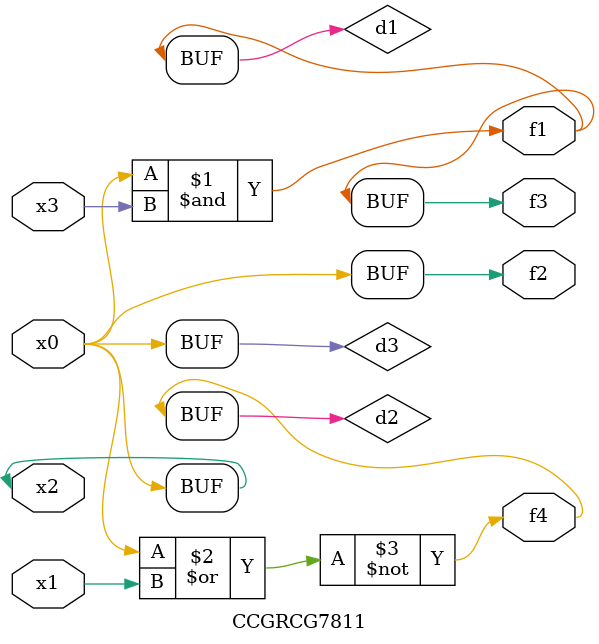
<source format=v>
module CCGRCG7811(
	input x0, x1, x2, x3,
	output f1, f2, f3, f4
);

	wire d1, d2, d3;

	and (d1, x2, x3);
	nor (d2, x0, x1);
	buf (d3, x0, x2);
	assign f1 = d1;
	assign f2 = d3;
	assign f3 = d1;
	assign f4 = d2;
endmodule

</source>
